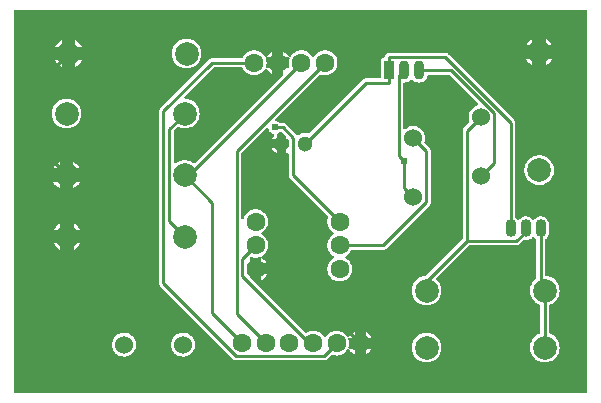
<source format=gbl>
G04 Layer: BottomLayer*
G04 EasyEDA v6.5.34, 2023-09-11 20:58:26*
G04 89a12498d96e4dad869766467b3fb9f4,2c7f107921f9494b8657ce3d0c88cbd9,10*
G04 Gerber Generator version 0.2*
G04 Scale: 100 percent, Rotated: No, Reflected: No *
G04 Dimensions in millimeters *
G04 leading zeros omitted , absolute positions ,4 integer and 5 decimal *
%FSLAX45Y45*%
%MOMM*%

%ADD10C,0.2540*%
%ADD11C,1.5240*%
%ADD12C,1.3000*%
%ADD13C,1.6000*%
%ADD14O,0.8999982X1.524*%
%ADD15O,0.8999982X1.5999968*%
%ADD16R,0.9000X1.6000*%
%ADD17C,2.0000*%
%ADD18C,0.6096*%
%ADD19C,0.0134*%

%LPD*%
G36*
X736092Y8425891D02*
G01*
X732180Y8426653D01*
X728878Y8428888D01*
X726694Y8432139D01*
X725932Y8436051D01*
X725932Y11663883D01*
X726694Y11667794D01*
X728878Y11671096D01*
X732180Y11673281D01*
X736092Y11674043D01*
X5563920Y11674043D01*
X5567832Y11673281D01*
X5571083Y11671096D01*
X5573318Y11667794D01*
X5574080Y11663883D01*
X5574080Y8436051D01*
X5573318Y8432139D01*
X5571083Y8428888D01*
X5567832Y8426653D01*
X5563920Y8425891D01*
G37*

%LPC*%
G36*
X4216400Y8687917D02*
G01*
X4231589Y8688832D01*
X4246524Y8691575D01*
X4261053Y8696096D01*
X4274921Y8702344D01*
X4287926Y8710218D01*
X4299864Y8719566D01*
X4310634Y8730335D01*
X4319981Y8742273D01*
X4327855Y8755278D01*
X4334103Y8769146D01*
X4338624Y8783675D01*
X4341368Y8798610D01*
X4342282Y8813800D01*
X4341368Y8828989D01*
X4338624Y8843924D01*
X4334103Y8858453D01*
X4327855Y8872321D01*
X4319981Y8885326D01*
X4310634Y8897264D01*
X4299864Y8908034D01*
X4287926Y8917381D01*
X4274921Y8925255D01*
X4261053Y8931503D01*
X4246524Y8936024D01*
X4231589Y8938768D01*
X4216400Y8939682D01*
X4201210Y8938768D01*
X4186275Y8936024D01*
X4171746Y8931503D01*
X4157878Y8925255D01*
X4144873Y8917381D01*
X4132935Y8908034D01*
X4122165Y8897264D01*
X4112818Y8885326D01*
X4104944Y8872321D01*
X4098696Y8858453D01*
X4094175Y8843924D01*
X4091432Y8828989D01*
X4090517Y8813800D01*
X4091432Y8798610D01*
X4094175Y8783675D01*
X4098696Y8769146D01*
X4104944Y8755278D01*
X4112818Y8742273D01*
X4122165Y8730335D01*
X4132935Y8719566D01*
X4144873Y8710218D01*
X4157878Y8702344D01*
X4171746Y8696096D01*
X4186275Y8691575D01*
X4201210Y8688832D01*
G37*
G36*
X5216398Y8687917D02*
G01*
X5231587Y8688832D01*
X5246522Y8691575D01*
X5261051Y8696096D01*
X5274919Y8702344D01*
X5287924Y8710218D01*
X5299862Y8719566D01*
X5310632Y8730335D01*
X5319979Y8742273D01*
X5327853Y8755278D01*
X5334101Y8769146D01*
X5338622Y8783675D01*
X5341366Y8798610D01*
X5342280Y8813800D01*
X5341366Y8828989D01*
X5338622Y8843924D01*
X5334101Y8858453D01*
X5327853Y8872321D01*
X5319979Y8885326D01*
X5310632Y8897264D01*
X5299862Y8908034D01*
X5287924Y8917381D01*
X5274919Y8925255D01*
X5261000Y8931503D01*
X5257850Y8933738D01*
X5255768Y8936990D01*
X5255006Y8940800D01*
X5255006Y9169400D01*
X5255768Y9173210D01*
X5257850Y9176461D01*
X5261000Y9178696D01*
X5274919Y9184944D01*
X5287924Y9192818D01*
X5299862Y9202166D01*
X5310632Y9212935D01*
X5319979Y9224873D01*
X5327853Y9237878D01*
X5334101Y9251746D01*
X5338622Y9266275D01*
X5341366Y9281210D01*
X5342280Y9296400D01*
X5341366Y9311589D01*
X5338622Y9326524D01*
X5334101Y9341053D01*
X5327853Y9354921D01*
X5319979Y9367926D01*
X5310632Y9379864D01*
X5299862Y9390634D01*
X5287924Y9399981D01*
X5274919Y9407855D01*
X5261051Y9414103D01*
X5246522Y9418624D01*
X5231587Y9421368D01*
X5229758Y9421469D01*
X5226050Y9422434D01*
X5222951Y9424670D01*
X5220919Y9427870D01*
X5220208Y9431629D01*
X5220208Y9728758D01*
X5221122Y9733026D01*
X5223764Y9736480D01*
X5231739Y9743287D01*
X5238953Y9751720D01*
X5244744Y9761220D01*
X5249011Y9771481D01*
X5251602Y9782302D01*
X5252516Y9793782D01*
X5252516Y9855403D01*
X5251602Y9866884D01*
X5249011Y9877704D01*
X5244744Y9887966D01*
X5238953Y9897465D01*
X5231739Y9905898D01*
X5223256Y9913162D01*
X5213756Y9918954D01*
X5203494Y9923221D01*
X5192674Y9925812D01*
X5181600Y9926675D01*
X5170525Y9925812D01*
X5159705Y9923221D01*
X5149443Y9918954D01*
X5139944Y9913162D01*
X5131460Y9905898D01*
X5125821Y9899294D01*
X5122367Y9896652D01*
X5118100Y9895738D01*
X5113832Y9896652D01*
X5110378Y9899294D01*
X5104739Y9905898D01*
X5096256Y9913162D01*
X5086756Y9918954D01*
X5076494Y9923221D01*
X5065674Y9925812D01*
X5054600Y9926675D01*
X5043525Y9925812D01*
X5032705Y9923221D01*
X5022443Y9918954D01*
X5012944Y9913162D01*
X5004460Y9905898D01*
X4998821Y9899294D01*
X4995367Y9896652D01*
X4991100Y9895738D01*
X4986832Y9896652D01*
X4983378Y9899294D01*
X4977739Y9905898D01*
X4969764Y9912705D01*
X4967122Y9916160D01*
X4966208Y9920427D01*
X4966208Y10717225D01*
X4965446Y10725251D01*
X4963210Y10732465D01*
X4959654Y10739170D01*
X4954574Y10745368D01*
X4400194Y11299698D01*
X4393996Y11304828D01*
X4387342Y11308384D01*
X4380077Y11310569D01*
X4372051Y11311382D01*
X3900881Y11311382D01*
X3892854Y11310569D01*
X3885641Y11308384D01*
X3878986Y11304828D01*
X3871976Y11298936D01*
X3866845Y11292687D01*
X3863289Y11286032D01*
X3860088Y11274704D01*
X3858158Y11271910D01*
X3855313Y11269878D01*
X3852011Y11268913D01*
X3848150Y11268506D01*
X3842664Y11266576D01*
X3837787Y11263528D01*
X3833672Y11259413D01*
X3830624Y11254536D01*
X3828694Y11249050D01*
X3827983Y11242751D01*
X3827983Y11104067D01*
X3827221Y11100206D01*
X3825036Y11096904D01*
X3821734Y11094720D01*
X3817823Y11093907D01*
X3700932Y11093907D01*
X3692906Y11093145D01*
X3685692Y11090960D01*
X3678986Y11087404D01*
X3672789Y11082274D01*
X3221228Y10630763D01*
X3218180Y10628630D01*
X3214573Y10627766D01*
X3210915Y10628274D01*
X3208070Y10629188D01*
X3195624Y10631373D01*
X3182924Y10631830D01*
X3170326Y10630509D01*
X3158032Y10627410D01*
X3146247Y10622686D01*
X3135274Y10616336D01*
X3130956Y10612983D01*
X3127502Y10611205D01*
X3123590Y10610900D01*
X3119882Y10612069D01*
X3116834Y10614558D01*
X3113074Y10619181D01*
X3027172Y10705033D01*
X3020923Y10710164D01*
X3014268Y10713720D01*
X3007055Y10715904D01*
X2999028Y10716717D01*
X2977134Y10716717D01*
X2973273Y10717479D01*
X2969971Y10719714D01*
X2968396Y10721289D01*
X2960319Y10726928D01*
X2951429Y10731042D01*
X2937306Y10734700D01*
X2934309Y10737037D01*
X2932328Y10740339D01*
X2931718Y10744098D01*
X2932531Y10747806D01*
X2934716Y10751007D01*
X3308908Y11125200D01*
X3312007Y11127282D01*
X3315614Y11128146D01*
X3319322Y11127638D01*
X3328517Y11124539D01*
X3342081Y11121796D01*
X3355898Y11120932D01*
X3369716Y11121796D01*
X3383279Y11124539D01*
X3396437Y11128959D01*
X3408832Y11135106D01*
X3420364Y11142776D01*
X3430778Y11151920D01*
X3439922Y11162334D01*
X3447592Y11173866D01*
X3453739Y11186261D01*
X3458159Y11199418D01*
X3460902Y11212982D01*
X3461765Y11226800D01*
X3460902Y11240617D01*
X3458159Y11254181D01*
X3453739Y11267338D01*
X3447592Y11279733D01*
X3439922Y11291265D01*
X3430778Y11301679D01*
X3420364Y11310823D01*
X3408832Y11318494D01*
X3396437Y11324640D01*
X3383279Y11329060D01*
X3369716Y11331803D01*
X3355898Y11332667D01*
X3342081Y11331803D01*
X3328517Y11329060D01*
X3315360Y11324640D01*
X3302965Y11318494D01*
X3291433Y11310823D01*
X3281019Y11301679D01*
X3271875Y11291265D01*
X3264357Y11279987D01*
X3261563Y11277142D01*
X3257905Y11275618D01*
X3253892Y11275618D01*
X3250234Y11277142D01*
X3247440Y11279987D01*
X3239922Y11291265D01*
X3230778Y11301679D01*
X3220364Y11310823D01*
X3208832Y11318494D01*
X3196437Y11324640D01*
X3183280Y11329060D01*
X3169716Y11331803D01*
X3155899Y11332667D01*
X3142081Y11331803D01*
X3128518Y11329060D01*
X3115360Y11324640D01*
X3102965Y11318494D01*
X3091434Y11310823D01*
X3081020Y11301679D01*
X3071876Y11291265D01*
X3064357Y11279987D01*
X3061563Y11277142D01*
X3057906Y11275618D01*
X3053892Y11275618D01*
X3050235Y11277142D01*
X3047441Y11279987D01*
X3039922Y11291265D01*
X3030778Y11301679D01*
X3020364Y11310823D01*
X3008833Y11318494D01*
X3002229Y11321745D01*
X3002229Y11273129D01*
X3045866Y11273129D01*
X3049625Y11272418D01*
X3052876Y11270335D01*
X3055112Y11267236D01*
X3056026Y11263528D01*
X3055518Y11259718D01*
X3053638Y11254181D01*
X3050895Y11240617D01*
X3050032Y11226800D01*
X3050895Y11212982D01*
X3053638Y11199418D01*
X3055518Y11193881D01*
X3056026Y11190071D01*
X3055112Y11186363D01*
X3052876Y11183264D01*
X3049625Y11181181D01*
X3045866Y11180470D01*
X3002229Y11180470D01*
X3002229Y11131956D01*
X3001467Y11128044D01*
X2999282Y11124793D01*
X2253284Y10378795D01*
X2249474Y10376408D01*
X2245055Y10375849D01*
X2240788Y10377271D01*
X2226868Y10385755D01*
X2213051Y10392003D01*
X2198522Y10396524D01*
X2183587Y10399268D01*
X2168398Y10400182D01*
X2153208Y10399268D01*
X2138273Y10396524D01*
X2123744Y10392003D01*
X2109876Y10385755D01*
X2096871Y10377881D01*
X2094585Y10376103D01*
X2090521Y10374172D01*
X2086051Y10374223D01*
X2081987Y10376204D01*
X2079193Y10379710D01*
X2078177Y10384129D01*
X2078177Y10645952D01*
X2078939Y10649864D01*
X2081174Y10653166D01*
X2106066Y10678058D01*
X2109470Y10680293D01*
X2113432Y10681055D01*
X2117394Y10680141D01*
X2123744Y10677296D01*
X2138273Y10672775D01*
X2153208Y10670032D01*
X2168398Y10669117D01*
X2183587Y10670032D01*
X2198522Y10672775D01*
X2213051Y10677296D01*
X2226919Y10683544D01*
X2239924Y10691418D01*
X2251862Y10700766D01*
X2262632Y10711535D01*
X2271979Y10723473D01*
X2279853Y10736478D01*
X2286101Y10750346D01*
X2290622Y10764875D01*
X2293366Y10779810D01*
X2294280Y10795000D01*
X2293366Y10810189D01*
X2290622Y10825124D01*
X2286101Y10839653D01*
X2279853Y10853521D01*
X2271979Y10866526D01*
X2262632Y10878464D01*
X2251862Y10889234D01*
X2239924Y10898581D01*
X2226919Y10906455D01*
X2213051Y10912703D01*
X2198522Y10917224D01*
X2183587Y10919968D01*
X2174646Y10920526D01*
X2170887Y10921492D01*
X2167788Y10923778D01*
X2165756Y10927029D01*
X2165096Y10930839D01*
X2165908Y10934649D01*
X2168093Y10937849D01*
X2415438Y11185194D01*
X2418740Y11187430D01*
X2422652Y11188192D01*
X2650794Y11188192D01*
X2654503Y11187480D01*
X2657703Y11185499D01*
X2659938Y11182502D01*
X2664206Y11173866D01*
X2671876Y11162334D01*
X2681020Y11151920D01*
X2691434Y11142776D01*
X2702966Y11135106D01*
X2715361Y11128959D01*
X2728518Y11124539D01*
X2742082Y11121796D01*
X2755900Y11120932D01*
X2769717Y11121796D01*
X2783281Y11124539D01*
X2796438Y11128959D01*
X2808833Y11135106D01*
X2820365Y11142776D01*
X2830779Y11151920D01*
X2839923Y11162334D01*
X2847441Y11173612D01*
X2850235Y11176457D01*
X2853893Y11177930D01*
X2857906Y11177930D01*
X2861564Y11176457D01*
X2864358Y11173612D01*
X2871876Y11162334D01*
X2881020Y11151920D01*
X2891434Y11142776D01*
X2902966Y11135106D01*
X2909570Y11131854D01*
X2909570Y11180470D01*
X2865932Y11180470D01*
X2862173Y11181181D01*
X2858922Y11183264D01*
X2856687Y11186363D01*
X2855772Y11190071D01*
X2856280Y11193881D01*
X2858160Y11199418D01*
X2860903Y11212982D01*
X2861767Y11226800D01*
X2860903Y11240617D01*
X2858160Y11254181D01*
X2856280Y11259718D01*
X2855772Y11263528D01*
X2856687Y11267236D01*
X2858922Y11270335D01*
X2862173Y11272418D01*
X2865932Y11273129D01*
X2909570Y11273129D01*
X2909570Y11321745D01*
X2902966Y11318494D01*
X2891434Y11310823D01*
X2881020Y11301679D01*
X2871876Y11291265D01*
X2864358Y11279987D01*
X2861564Y11277142D01*
X2857906Y11275618D01*
X2853893Y11275618D01*
X2850235Y11277142D01*
X2847441Y11279987D01*
X2839923Y11291265D01*
X2830779Y11301679D01*
X2820365Y11310823D01*
X2808833Y11318494D01*
X2796438Y11324640D01*
X2783281Y11329060D01*
X2769717Y11331803D01*
X2755900Y11332667D01*
X2742082Y11331803D01*
X2728518Y11329060D01*
X2715361Y11324640D01*
X2702966Y11318494D01*
X2691434Y11310823D01*
X2681020Y11301679D01*
X2671876Y11291265D01*
X2664206Y11279733D01*
X2659938Y11271046D01*
X2657652Y11268049D01*
X2654503Y11266119D01*
X2650794Y11265408D01*
X2402941Y11265408D01*
X2394915Y11264595D01*
X2387701Y11262410D01*
X2380996Y11258854D01*
X2374798Y11253724D01*
X1961438Y10840364D01*
X1956307Y10834166D01*
X1952752Y10827461D01*
X1950567Y10820247D01*
X1949754Y10812221D01*
X1949754Y9362440D01*
X1950567Y9354413D01*
X1952752Y9347149D01*
X1956307Y9340494D01*
X1961438Y9334296D01*
X2579065Y8716619D01*
X2585262Y8711539D01*
X2591968Y8707983D01*
X2599182Y8705748D01*
X2607208Y8704986D01*
X3345484Y8704986D01*
X3353511Y8705748D01*
X3360775Y8707983D01*
X3367430Y8711539D01*
X3373628Y8716619D01*
X3407308Y8750300D01*
X3410407Y8752382D01*
X3414014Y8753246D01*
X3417722Y8752738D01*
X3426917Y8749639D01*
X3440480Y8746896D01*
X3454298Y8746032D01*
X3468115Y8746896D01*
X3481679Y8749639D01*
X3494836Y8754059D01*
X3507232Y8760206D01*
X3518763Y8767876D01*
X3529177Y8777020D01*
X3538321Y8787434D01*
X3545840Y8798712D01*
X3548634Y8801557D01*
X3552291Y8803030D01*
X3556304Y8803030D01*
X3559962Y8801557D01*
X3562756Y8798712D01*
X3570274Y8787434D01*
X3579418Y8777020D01*
X3589832Y8767876D01*
X3601364Y8760206D01*
X3607968Y8756954D01*
X3607968Y8805570D01*
X3564331Y8805570D01*
X3560572Y8806281D01*
X3557320Y8808364D01*
X3555085Y8811463D01*
X3554171Y8815171D01*
X3554679Y8818981D01*
X3556558Y8824518D01*
X3559301Y8838082D01*
X3560165Y8851900D01*
X3559301Y8865717D01*
X3556558Y8879281D01*
X3554679Y8884818D01*
X3554171Y8888628D01*
X3555085Y8892336D01*
X3557320Y8895435D01*
X3560572Y8897518D01*
X3564331Y8898229D01*
X3607968Y8898229D01*
X3607968Y8946845D01*
X3601364Y8943594D01*
X3589832Y8935923D01*
X3579418Y8926779D01*
X3570274Y8916365D01*
X3562756Y8905087D01*
X3559962Y8902242D01*
X3556304Y8900718D01*
X3552291Y8900718D01*
X3548634Y8902242D01*
X3545840Y8905087D01*
X3538321Y8916365D01*
X3529177Y8926779D01*
X3518763Y8935923D01*
X3507232Y8943594D01*
X3494836Y8949740D01*
X3481679Y8954160D01*
X3468115Y8956903D01*
X3454298Y8957767D01*
X3440480Y8956903D01*
X3426917Y8954160D01*
X3413760Y8949740D01*
X3401364Y8943594D01*
X3389833Y8935923D01*
X3379419Y8926779D01*
X3370275Y8916365D01*
X3362756Y8905087D01*
X3359962Y8902242D01*
X3356305Y8900718D01*
X3352292Y8900718D01*
X3348634Y8902242D01*
X3345840Y8905087D01*
X3338322Y8916365D01*
X3329178Y8926779D01*
X3318764Y8935923D01*
X3307232Y8943594D01*
X3294837Y8949740D01*
X3281679Y8954160D01*
X3268116Y8956903D01*
X3254298Y8957767D01*
X3240481Y8956903D01*
X3226917Y8954160D01*
X3213760Y8949740D01*
X3196844Y8941308D01*
X3193389Y8941054D01*
X3190036Y8941968D01*
X3187192Y8943949D01*
X2725216Y9405924D01*
X2723032Y9409226D01*
X2722270Y9413138D01*
X2722270Y9434271D01*
X2704541Y9434271D01*
X2700680Y9435033D01*
X2697378Y9437217D01*
X2695143Y9440519D01*
X2694381Y9444431D01*
X2694381Y9516770D01*
X2695143Y9520682D01*
X2697378Y9523984D01*
X2700680Y9526168D01*
X2704541Y9526930D01*
X2722270Y9526930D01*
X2722270Y9570567D01*
X2722981Y9574326D01*
X2725064Y9577578D01*
X2728163Y9579813D01*
X2731871Y9580727D01*
X2735681Y9580219D01*
X2741218Y9578340D01*
X2754782Y9575596D01*
X2768600Y9574733D01*
X2782417Y9575596D01*
X2795981Y9578340D01*
X2801518Y9580219D01*
X2805328Y9580727D01*
X2809036Y9579813D01*
X2812135Y9577578D01*
X2814218Y9574326D01*
X2814929Y9570567D01*
X2814929Y9526930D01*
X2863545Y9526930D01*
X2860294Y9533534D01*
X2852623Y9545066D01*
X2843479Y9555480D01*
X2833065Y9564624D01*
X2821787Y9572142D01*
X2818942Y9574936D01*
X2817469Y9578594D01*
X2817469Y9582607D01*
X2818942Y9586264D01*
X2821787Y9589058D01*
X2833065Y9596577D01*
X2843479Y9605721D01*
X2852623Y9616135D01*
X2860294Y9627666D01*
X2866440Y9640062D01*
X2870860Y9653219D01*
X2873603Y9666782D01*
X2874467Y9680600D01*
X2873603Y9694418D01*
X2870860Y9707981D01*
X2866440Y9721138D01*
X2860294Y9733534D01*
X2852623Y9745065D01*
X2843479Y9755479D01*
X2833065Y9764623D01*
X2821787Y9772142D01*
X2818942Y9774936D01*
X2817469Y9778593D01*
X2817469Y9782606D01*
X2818942Y9786264D01*
X2821787Y9789058D01*
X2833065Y9796576D01*
X2843479Y9805720D01*
X2852623Y9816134D01*
X2860294Y9827666D01*
X2866440Y9840061D01*
X2870860Y9853218D01*
X2873603Y9866782D01*
X2874467Y9880600D01*
X2873603Y9894417D01*
X2870860Y9907981D01*
X2866440Y9921138D01*
X2860294Y9933533D01*
X2852623Y9945065D01*
X2843479Y9955479D01*
X2833065Y9964623D01*
X2821533Y9972294D01*
X2809138Y9978440D01*
X2795981Y9982860D01*
X2782417Y9985603D01*
X2768600Y9986467D01*
X2754782Y9985603D01*
X2741218Y9982860D01*
X2728061Y9978440D01*
X2715666Y9972294D01*
X2704134Y9964623D01*
X2693720Y9955479D01*
X2684576Y9945065D01*
X2676906Y9933533D01*
X2670759Y9921138D01*
X2666441Y9908438D01*
X2664409Y9904933D01*
X2661158Y9902494D01*
X2657246Y9901529D01*
X2653233Y9902190D01*
X2649778Y9904374D01*
X2647492Y9907727D01*
X2646680Y9911689D01*
X2646680Y10458754D01*
X2647442Y10462666D01*
X2649677Y10465968D01*
X2859278Y10675569D01*
X2862427Y10677702D01*
X2866136Y10678515D01*
X2869946Y10677906D01*
X2873197Y10675975D01*
X2875534Y10672927D01*
X2879191Y10658856D01*
X2883357Y10649915D01*
X2888996Y10641888D01*
X2895955Y10634929D01*
X2903982Y10629290D01*
X2912872Y10625175D01*
X2918815Y10623550D01*
X2922574Y10621670D01*
X2925216Y10618419D01*
X2926334Y10614406D01*
X2925724Y10610240D01*
X2923489Y10606684D01*
X2916478Y10599420D01*
X2909011Y10589158D01*
X2904083Y10579862D01*
X2947263Y10579862D01*
X2947263Y10616742D01*
X2947974Y10620502D01*
X2950006Y10623702D01*
X2953105Y10625937D01*
X2960319Y10629290D01*
X2968396Y10634929D01*
X2969971Y10636504D01*
X2973273Y10638739D01*
X2977134Y10639501D01*
X2979318Y10639501D01*
X2983179Y10638739D01*
X2986481Y10636504D01*
X3021990Y10601045D01*
X3024174Y10597743D01*
X3024936Y10593882D01*
X3024936Y10579862D01*
X3037332Y10579862D01*
X3041243Y10579100D01*
X3044494Y10576864D01*
X3046730Y10573562D01*
X3047492Y10569702D01*
X3047492Y10512298D01*
X3046730Y10508437D01*
X3044494Y10505135D01*
X3041243Y10502900D01*
X3037332Y10502138D01*
X3024936Y10502138D01*
X3024936Y10459059D01*
X3031642Y10462361D01*
X3035706Y10463987D01*
X3040075Y10463733D01*
X3043936Y10461701D01*
X3046577Y10458196D01*
X3047492Y10453928D01*
X3047492Y10274808D01*
X3048304Y10266781D01*
X3050489Y10259517D01*
X3054045Y10252862D01*
X3059176Y10246664D01*
X3378200Y9927590D01*
X3380282Y9924491D01*
X3381146Y9920884D01*
X3380638Y9917176D01*
X3377539Y9907981D01*
X3374796Y9894417D01*
X3373932Y9880600D01*
X3374796Y9866782D01*
X3377539Y9853218D01*
X3381959Y9840061D01*
X3388106Y9827666D01*
X3395776Y9816134D01*
X3404920Y9805720D01*
X3415334Y9796576D01*
X3426612Y9789058D01*
X3429457Y9786264D01*
X3430981Y9782606D01*
X3430981Y9778593D01*
X3429457Y9774936D01*
X3426612Y9772142D01*
X3415334Y9764623D01*
X3404920Y9755479D01*
X3395776Y9745065D01*
X3388106Y9733534D01*
X3381959Y9721138D01*
X3377539Y9707981D01*
X3374796Y9694418D01*
X3373932Y9680600D01*
X3374796Y9666782D01*
X3377539Y9653219D01*
X3381959Y9640062D01*
X3388106Y9627666D01*
X3395776Y9616135D01*
X3404920Y9605721D01*
X3415334Y9596577D01*
X3426612Y9589058D01*
X3429457Y9586264D01*
X3430981Y9582607D01*
X3430981Y9578594D01*
X3429457Y9574936D01*
X3426612Y9572142D01*
X3415334Y9564624D01*
X3404920Y9555480D01*
X3395776Y9545066D01*
X3388106Y9533534D01*
X3381959Y9521139D01*
X3377539Y9507982D01*
X3374796Y9494418D01*
X3373932Y9480600D01*
X3374796Y9466783D01*
X3377539Y9453219D01*
X3381959Y9440062D01*
X3388106Y9427667D01*
X3395776Y9416135D01*
X3404920Y9405721D01*
X3415334Y9396577D01*
X3426866Y9388906D01*
X3439261Y9382760D01*
X3452418Y9378340D01*
X3465982Y9375597D01*
X3479800Y9374733D01*
X3493617Y9375597D01*
X3507181Y9378340D01*
X3520338Y9382760D01*
X3532733Y9388906D01*
X3544265Y9396577D01*
X3554679Y9405721D01*
X3563823Y9416135D01*
X3571494Y9427667D01*
X3577640Y9440062D01*
X3582060Y9453219D01*
X3584803Y9466783D01*
X3585667Y9480600D01*
X3584803Y9494418D01*
X3582060Y9507982D01*
X3577640Y9521139D01*
X3571494Y9533534D01*
X3563823Y9545066D01*
X3554679Y9555480D01*
X3544265Y9564624D01*
X3532987Y9572142D01*
X3530142Y9574936D01*
X3528669Y9578594D01*
X3528669Y9582607D01*
X3530142Y9586264D01*
X3532987Y9589058D01*
X3544265Y9596577D01*
X3554679Y9605721D01*
X3563823Y9616135D01*
X3571494Y9627666D01*
X3575761Y9636302D01*
X3578047Y9639300D01*
X3581196Y9641281D01*
X3584905Y9641992D01*
X3849624Y9641992D01*
X3857650Y9642754D01*
X3864914Y9644989D01*
X3871569Y9648545D01*
X3877767Y9653625D01*
X4238904Y10014762D01*
X4243984Y10020960D01*
X4247540Y10027615D01*
X4249775Y10034879D01*
X4250537Y10042906D01*
X4250537Y10477500D01*
X4249775Y10485526D01*
X4247540Y10492740D01*
X4243984Y10499394D01*
X4238904Y10505643D01*
X4200753Y10543743D01*
X4198569Y10546943D01*
X4197807Y10550753D01*
X4198467Y10554563D01*
X4199585Y10557560D01*
X4202785Y10570819D01*
X4204106Y10584383D01*
X4203649Y10597997D01*
X4201414Y10611459D01*
X4197350Y10624464D01*
X4191609Y10636859D01*
X4184294Y10648340D01*
X4175506Y10658754D01*
X4165346Y10667898D01*
X4154119Y10675620D01*
X4141978Y10681766D01*
X4129074Y10686237D01*
X4115714Y10688980D01*
X4102100Y10689894D01*
X4088485Y10688980D01*
X4075125Y10686237D01*
X4062222Y10681766D01*
X4050080Y10675620D01*
X4038854Y10667898D01*
X4034485Y10663936D01*
X4031132Y10661954D01*
X4027322Y10661345D01*
X4023512Y10662208D01*
X4020362Y10664444D01*
X4018229Y10667695D01*
X4017518Y10671505D01*
X4017518Y11047374D01*
X4018178Y11051082D01*
X4020210Y11054283D01*
X4023207Y11056518D01*
X4026865Y11057483D01*
X4036974Y11058296D01*
X4047794Y11060887D01*
X4058056Y11065154D01*
X4067556Y11070945D01*
X4076039Y11078159D01*
X4081678Y11084814D01*
X4085132Y11087455D01*
X4089400Y11088370D01*
X4093667Y11087455D01*
X4097121Y11084814D01*
X4102760Y11078159D01*
X4111244Y11070945D01*
X4120743Y11065154D01*
X4131005Y11060887D01*
X4141825Y11058296D01*
X4152900Y11057432D01*
X4163974Y11058296D01*
X4174794Y11060887D01*
X4185056Y11065154D01*
X4194556Y11070945D01*
X4203039Y11078159D01*
X4210253Y11086642D01*
X4216044Y11096142D01*
X4220311Y11106404D01*
X4222851Y11116919D01*
X4224832Y11120932D01*
X4228338Y11123676D01*
X4232706Y11124692D01*
X4403191Y11124692D01*
X4407052Y11123930D01*
X4410354Y11121694D01*
X4651044Y10881004D01*
X4653280Y10877600D01*
X4654042Y10873587D01*
X4653127Y10869625D01*
X4650689Y10866323D01*
X4647184Y10864240D01*
X4633722Y10859566D01*
X4621580Y10853420D01*
X4610354Y10845698D01*
X4600194Y10836554D01*
X4591405Y10826140D01*
X4584090Y10814659D01*
X4578350Y10802264D01*
X4574286Y10789259D01*
X4572050Y10775797D01*
X4571593Y10762183D01*
X4572914Y10748619D01*
X4576114Y10735360D01*
X4577232Y10732363D01*
X4577892Y10728553D01*
X4577130Y10724743D01*
X4574946Y10721543D01*
X4532376Y10678972D01*
X4527245Y10672724D01*
X4523689Y10666069D01*
X4521504Y10658856D01*
X4520692Y10650829D01*
X4520692Y9739122D01*
X4519930Y9735261D01*
X4517694Y9731959D01*
X4210253Y9424466D01*
X4207256Y9422384D01*
X4203700Y9421520D01*
X4201210Y9421368D01*
X4186275Y9418624D01*
X4171746Y9414103D01*
X4157878Y9407855D01*
X4144873Y9399981D01*
X4132935Y9390634D01*
X4122165Y9379864D01*
X4112818Y9367926D01*
X4104944Y9354921D01*
X4098696Y9341053D01*
X4094175Y9326524D01*
X4091432Y9311589D01*
X4090517Y9296400D01*
X4091432Y9281210D01*
X4094175Y9266275D01*
X4098696Y9251746D01*
X4104944Y9237878D01*
X4112818Y9224873D01*
X4122165Y9212935D01*
X4132935Y9202166D01*
X4144873Y9192818D01*
X4157878Y9184944D01*
X4171746Y9178696D01*
X4186275Y9174175D01*
X4201210Y9171432D01*
X4216400Y9170517D01*
X4231589Y9171432D01*
X4246524Y9174175D01*
X4261053Y9178696D01*
X4274921Y9184944D01*
X4287926Y9192818D01*
X4299864Y9202166D01*
X4310634Y9212935D01*
X4319981Y9224873D01*
X4327855Y9237878D01*
X4334103Y9251746D01*
X4338624Y9266275D01*
X4341368Y9281210D01*
X4342282Y9296400D01*
X4341368Y9311589D01*
X4338624Y9326524D01*
X4334103Y9341053D01*
X4327855Y9354921D01*
X4319981Y9367926D01*
X4310634Y9379864D01*
X4299915Y9390583D01*
X4297730Y9393885D01*
X4296968Y9397746D01*
X4297730Y9401657D01*
X4299915Y9404959D01*
X4572304Y9677349D01*
X4575606Y9679533D01*
X4579518Y9680295D01*
X4976876Y9680295D01*
X4984902Y9681108D01*
X4992166Y9683292D01*
X4998821Y9686848D01*
X5005019Y9691979D01*
X5033822Y9720732D01*
X5036616Y9722713D01*
X5039918Y9723678D01*
X5054600Y9722510D01*
X5065674Y9723374D01*
X5076494Y9726015D01*
X5086756Y9730232D01*
X5096256Y9736074D01*
X5104739Y9743287D01*
X5110378Y9749891D01*
X5113832Y9752533D01*
X5118100Y9753447D01*
X5122367Y9752533D01*
X5125821Y9749891D01*
X5131460Y9743287D01*
X5139436Y9736480D01*
X5142077Y9733026D01*
X5142992Y9728758D01*
X5142992Y9403486D01*
X5142534Y9400438D01*
X5141214Y9397695D01*
X5139080Y9395460D01*
X5132933Y9390634D01*
X5122164Y9379864D01*
X5112816Y9367926D01*
X5104942Y9354921D01*
X5098694Y9341053D01*
X5094173Y9326524D01*
X5091430Y9311589D01*
X5090515Y9296400D01*
X5091430Y9281210D01*
X5094173Y9266275D01*
X5098694Y9251746D01*
X5104942Y9237878D01*
X5112816Y9224873D01*
X5122164Y9212935D01*
X5132933Y9202166D01*
X5144871Y9192818D01*
X5157876Y9184944D01*
X5171795Y9178696D01*
X5174945Y9176461D01*
X5177078Y9173210D01*
X5177790Y9169400D01*
X5177790Y8940800D01*
X5177078Y8936990D01*
X5174945Y8933738D01*
X5171795Y8931503D01*
X5157876Y8925255D01*
X5144871Y8917381D01*
X5132933Y8908034D01*
X5122164Y8897264D01*
X5112816Y8885326D01*
X5104942Y8872321D01*
X5098694Y8858453D01*
X5094173Y8843924D01*
X5091430Y8828989D01*
X5090515Y8813800D01*
X5091430Y8798610D01*
X5094173Y8783675D01*
X5098694Y8769146D01*
X5104942Y8755278D01*
X5112816Y8742273D01*
X5122164Y8730335D01*
X5132933Y8719566D01*
X5144871Y8710218D01*
X5157876Y8702344D01*
X5171744Y8696096D01*
X5186273Y8691575D01*
X5201208Y8688832D01*
G37*
G36*
X1651558Y8737193D02*
G01*
X1665224Y8737650D01*
X1678635Y8739886D01*
X1691690Y8743950D01*
X1704035Y8749690D01*
X1715566Y8757005D01*
X1725980Y8765794D01*
X1735124Y8775954D01*
X1742846Y8787180D01*
X1748993Y8799322D01*
X1753463Y8812225D01*
X1756156Y8825585D01*
X1757070Y8839200D01*
X1756156Y8852814D01*
X1753463Y8866174D01*
X1748993Y8879078D01*
X1742846Y8891219D01*
X1735124Y8902446D01*
X1725980Y8912606D01*
X1715566Y8921394D01*
X1704035Y8928709D01*
X1691690Y8934450D01*
X1678635Y8938514D01*
X1665224Y8940749D01*
X1651558Y8941206D01*
X1637995Y8939885D01*
X1624736Y8936685D01*
X1612036Y8931808D01*
X1600047Y8925255D01*
X1589074Y8917178D01*
X1579270Y8907678D01*
X1570837Y8896959D01*
X1563878Y8885224D01*
X1558544Y8872677D01*
X1554937Y8859520D01*
X1553108Y8846007D01*
X1553108Y8832392D01*
X1554937Y8818880D01*
X1558544Y8805722D01*
X1563878Y8793175D01*
X1570837Y8781440D01*
X1579270Y8770721D01*
X1589074Y8761222D01*
X1600047Y8753144D01*
X1612036Y8746591D01*
X1624736Y8741714D01*
X1637995Y8738514D01*
G37*
G36*
X2151583Y8737193D02*
G01*
X2165197Y8737650D01*
X2178659Y8739886D01*
X2191664Y8743950D01*
X2204059Y8749690D01*
X2215540Y8757005D01*
X2225954Y8765794D01*
X2235098Y8775954D01*
X2242820Y8787180D01*
X2248966Y8799322D01*
X2253437Y8812225D01*
X2256180Y8825585D01*
X2257094Y8839200D01*
X2256180Y8852814D01*
X2253437Y8866174D01*
X2248966Y8879078D01*
X2242820Y8891219D01*
X2235098Y8902446D01*
X2225954Y8912606D01*
X2215540Y8921394D01*
X2204059Y8928709D01*
X2191664Y8934450D01*
X2178659Y8938514D01*
X2165197Y8940749D01*
X2151583Y8941206D01*
X2138019Y8939885D01*
X2124760Y8936685D01*
X2112010Y8931808D01*
X2100072Y8925255D01*
X2089099Y8917178D01*
X2079294Y8907678D01*
X2070811Y8896959D01*
X2063851Y8885224D01*
X2058568Y8872677D01*
X2054961Y8859520D01*
X2053132Y8846007D01*
X2053132Y8832392D01*
X2054961Y8818880D01*
X2058568Y8805722D01*
X2063851Y8793175D01*
X2070811Y8781440D01*
X2079294Y8770721D01*
X2089099Y8761222D01*
X2100072Y8753144D01*
X2112010Y8746591D01*
X2124760Y8741714D01*
X2138019Y8738514D01*
G37*
G36*
X3700627Y8756954D02*
G01*
X3707231Y8760206D01*
X3718763Y8767876D01*
X3729177Y8777020D01*
X3738321Y8787434D01*
X3745992Y8798966D01*
X3749243Y8805570D01*
X3700627Y8805570D01*
G37*
G36*
X3700627Y8898229D02*
G01*
X3749243Y8898229D01*
X3745992Y8904833D01*
X3738321Y8916365D01*
X3729177Y8926779D01*
X3718763Y8935923D01*
X3707231Y8943594D01*
X3700627Y8946845D01*
G37*
G36*
X2814929Y9385655D02*
G01*
X2821533Y9388906D01*
X2833065Y9396577D01*
X2843479Y9405721D01*
X2852623Y9416135D01*
X2860294Y9427667D01*
X2863545Y9434271D01*
X2814929Y9434271D01*
G37*
G36*
X1228039Y9641179D02*
G01*
X1230223Y9642144D01*
X1243228Y9650018D01*
X1255166Y9659366D01*
X1265936Y9670135D01*
X1275283Y9682073D01*
X1283157Y9695078D01*
X1284122Y9697262D01*
X1228039Y9697262D01*
G37*
G36*
X1115364Y9641179D02*
G01*
X1115364Y9697262D01*
X1059281Y9697262D01*
X1060246Y9695078D01*
X1068120Y9682073D01*
X1077468Y9670135D01*
X1088237Y9659366D01*
X1100175Y9650018D01*
X1113180Y9642144D01*
G37*
G36*
X1228039Y9809937D02*
G01*
X1284122Y9809937D01*
X1283157Y9812121D01*
X1275283Y9825126D01*
X1265936Y9837064D01*
X1255166Y9847834D01*
X1243228Y9857181D01*
X1230223Y9865055D01*
X1228039Y9866020D01*
G37*
G36*
X1059281Y9809937D02*
G01*
X1115364Y9809937D01*
X1115364Y9866020D01*
X1113180Y9865055D01*
X1100175Y9857181D01*
X1088237Y9847834D01*
X1077468Y9837064D01*
X1068120Y9825126D01*
X1060246Y9812121D01*
G37*
G36*
X1224737Y10161879D02*
G01*
X1226921Y10162844D01*
X1239926Y10170718D01*
X1251864Y10180066D01*
X1262634Y10190835D01*
X1271981Y10202773D01*
X1279855Y10215778D01*
X1280820Y10217962D01*
X1224737Y10217962D01*
G37*
G36*
X1112062Y10161879D02*
G01*
X1112062Y10217962D01*
X1055979Y10217962D01*
X1056944Y10215778D01*
X1064818Y10202773D01*
X1074166Y10190835D01*
X1084935Y10180066D01*
X1096873Y10170718D01*
X1109878Y10162844D01*
G37*
G36*
X5168900Y10189819D02*
G01*
X5184089Y10190734D01*
X5199024Y10193477D01*
X5213553Y10197998D01*
X5227421Y10204246D01*
X5240426Y10212120D01*
X5252364Y10221468D01*
X5263134Y10232237D01*
X5272481Y10244175D01*
X5280355Y10257180D01*
X5286603Y10271048D01*
X5291124Y10285577D01*
X5293868Y10300512D01*
X5294782Y10315702D01*
X5293868Y10330891D01*
X5291124Y10345826D01*
X5286603Y10360355D01*
X5280355Y10374223D01*
X5272481Y10387228D01*
X5263134Y10399166D01*
X5252364Y10409936D01*
X5240426Y10419283D01*
X5227421Y10427157D01*
X5213553Y10433405D01*
X5199024Y10437926D01*
X5184089Y10440670D01*
X5168900Y10441584D01*
X5153710Y10440670D01*
X5138775Y10437926D01*
X5124246Y10433405D01*
X5110378Y10427157D01*
X5097373Y10419283D01*
X5085435Y10409936D01*
X5074666Y10399166D01*
X5065318Y10387228D01*
X5057444Y10374223D01*
X5051196Y10360355D01*
X5046675Y10345826D01*
X5043932Y10330891D01*
X5043017Y10315702D01*
X5043932Y10300512D01*
X5046675Y10285577D01*
X5051196Y10271048D01*
X5057444Y10257180D01*
X5065318Y10244175D01*
X5074666Y10232237D01*
X5085435Y10221468D01*
X5097373Y10212120D01*
X5110378Y10204246D01*
X5124246Y10197998D01*
X5138775Y10193477D01*
X5153710Y10190734D01*
G37*
G36*
X1224737Y10330637D02*
G01*
X1280820Y10330637D01*
X1279855Y10332821D01*
X1271981Y10345826D01*
X1262634Y10357764D01*
X1251864Y10368534D01*
X1239926Y10377881D01*
X1226921Y10385755D01*
X1224737Y10386720D01*
G37*
G36*
X1055979Y10330637D02*
G01*
X1112062Y10330637D01*
X1112062Y10386720D01*
X1109878Y10385755D01*
X1096873Y10377881D01*
X1084935Y10368534D01*
X1074166Y10357764D01*
X1064818Y10345826D01*
X1056944Y10332821D01*
G37*
G36*
X2947263Y10458907D02*
G01*
X2947263Y10502138D01*
X2904083Y10502138D01*
X2909011Y10492841D01*
X2916478Y10482580D01*
X2925267Y10473436D01*
X2935274Y10465663D01*
X2946247Y10459313D01*
G37*
G36*
X1168400Y10669117D02*
G01*
X1183589Y10670032D01*
X1198524Y10672775D01*
X1213053Y10677296D01*
X1226921Y10683544D01*
X1239926Y10691418D01*
X1251864Y10700766D01*
X1262634Y10711535D01*
X1271981Y10723473D01*
X1279855Y10736478D01*
X1286103Y10750346D01*
X1290624Y10764875D01*
X1293368Y10779810D01*
X1294282Y10795000D01*
X1293368Y10810189D01*
X1290624Y10825124D01*
X1286103Y10839653D01*
X1279855Y10853521D01*
X1271981Y10866526D01*
X1262634Y10878464D01*
X1251864Y10889234D01*
X1239926Y10898581D01*
X1226921Y10906455D01*
X1213053Y10912703D01*
X1198524Y10917224D01*
X1183589Y10919968D01*
X1168400Y10920882D01*
X1153210Y10919968D01*
X1138275Y10917224D01*
X1123746Y10912703D01*
X1109878Y10906455D01*
X1096873Y10898581D01*
X1084935Y10889234D01*
X1074166Y10878464D01*
X1064818Y10866526D01*
X1056944Y10853521D01*
X1050696Y10839653D01*
X1046175Y10825124D01*
X1043432Y10810189D01*
X1042517Y10795000D01*
X1043432Y10779810D01*
X1046175Y10764875D01*
X1050696Y10750346D01*
X1056944Y10736478D01*
X1064818Y10723473D01*
X1074166Y10711535D01*
X1084935Y10700766D01*
X1096873Y10691418D01*
X1109878Y10683544D01*
X1123746Y10677296D01*
X1138275Y10672775D01*
X1153210Y10670032D01*
G37*
G36*
X2184400Y11177117D02*
G01*
X2199589Y11178032D01*
X2214524Y11180775D01*
X2229053Y11185296D01*
X2242921Y11191544D01*
X2255926Y11199418D01*
X2267864Y11208766D01*
X2278634Y11219535D01*
X2287981Y11231473D01*
X2295855Y11244478D01*
X2302103Y11258346D01*
X2306624Y11272875D01*
X2309368Y11287810D01*
X2310282Y11303000D01*
X2309368Y11318189D01*
X2306624Y11333124D01*
X2302103Y11347653D01*
X2295855Y11361521D01*
X2287981Y11374526D01*
X2278634Y11386464D01*
X2267864Y11397234D01*
X2255926Y11406581D01*
X2242921Y11414455D01*
X2229053Y11420703D01*
X2214524Y11425224D01*
X2199589Y11427968D01*
X2184400Y11428882D01*
X2169210Y11427968D01*
X2154275Y11425224D01*
X2139746Y11420703D01*
X2125878Y11414455D01*
X2112873Y11406581D01*
X2100935Y11397234D01*
X2090166Y11386464D01*
X2080818Y11374526D01*
X2072944Y11361521D01*
X2066696Y11347653D01*
X2062175Y11333124D01*
X2059432Y11318189D01*
X2058517Y11303000D01*
X2059432Y11287810D01*
X2062175Y11272875D01*
X2066696Y11258346D01*
X2072944Y11244478D01*
X2080818Y11231473D01*
X2090166Y11219535D01*
X2100935Y11208766D01*
X2112873Y11199418D01*
X2125878Y11191544D01*
X2139746Y11185296D01*
X2154275Y11180775D01*
X2169210Y11178032D01*
G37*
G36*
X1240739Y11190579D02*
G01*
X1242923Y11191544D01*
X1255928Y11199418D01*
X1267866Y11208766D01*
X1278636Y11219535D01*
X1287983Y11231473D01*
X1295857Y11244478D01*
X1296822Y11246662D01*
X1240739Y11246662D01*
G37*
G36*
X1128064Y11190579D02*
G01*
X1128064Y11246662D01*
X1071981Y11246662D01*
X1072946Y11244478D01*
X1080820Y11231473D01*
X1090168Y11219535D01*
X1100937Y11208766D01*
X1112875Y11199418D01*
X1125880Y11191544D01*
G37*
G36*
X5225237Y11203279D02*
G01*
X5227421Y11204244D01*
X5240426Y11212118D01*
X5252364Y11221466D01*
X5263134Y11232235D01*
X5272481Y11244173D01*
X5280355Y11257178D01*
X5281320Y11259362D01*
X5225237Y11259362D01*
G37*
G36*
X5112562Y11203279D02*
G01*
X5112562Y11259362D01*
X5056479Y11259362D01*
X5057444Y11257178D01*
X5065318Y11244173D01*
X5074666Y11232235D01*
X5085435Y11221466D01*
X5097373Y11212118D01*
X5110378Y11204244D01*
G37*
G36*
X1240739Y11359337D02*
G01*
X1296822Y11359337D01*
X1295857Y11361521D01*
X1287983Y11374526D01*
X1278636Y11386464D01*
X1267866Y11397234D01*
X1255928Y11406581D01*
X1242923Y11414455D01*
X1240739Y11415420D01*
G37*
G36*
X1071981Y11359337D02*
G01*
X1128064Y11359337D01*
X1128064Y11415420D01*
X1125880Y11414455D01*
X1112875Y11406581D01*
X1100937Y11397234D01*
X1090168Y11386464D01*
X1080820Y11374526D01*
X1072946Y11361521D01*
G37*
G36*
X5056479Y11372037D02*
G01*
X5112562Y11372037D01*
X5112562Y11428120D01*
X5110378Y11427155D01*
X5097373Y11419281D01*
X5085435Y11409934D01*
X5074666Y11399164D01*
X5065318Y11387226D01*
X5057444Y11374221D01*
G37*
G36*
X5225237Y11372037D02*
G01*
X5281320Y11372037D01*
X5280355Y11374221D01*
X5272481Y11387226D01*
X5263134Y11399164D01*
X5252364Y11409934D01*
X5240426Y11419281D01*
X5227421Y11427155D01*
X5225237Y11428120D01*
G37*

%LPD*%
D10*
X3454300Y8851897D02*
G01*
X3345995Y8743591D01*
X2606702Y8743591D01*
X1988365Y9361929D01*
X1988365Y10812726D01*
X2402436Y11226797D01*
X2755902Y11226797D01*
X2854302Y8851897D02*
G01*
X2608074Y9098125D01*
X2608074Y10478970D01*
X3355901Y11226797D01*
X3155901Y11226797D02*
G01*
X2185901Y10256796D01*
X2654302Y8851897D02*
G01*
X2401369Y9104830D01*
X2401369Y10041328D01*
X2185901Y10256796D01*
X2185901Y10256796D02*
G01*
X2168400Y10274297D01*
X2932153Y10678106D02*
G01*
X2999513Y10678106D01*
X3086102Y10591518D01*
X3086102Y10274297D01*
X3479802Y9880597D01*
X3254301Y8851897D02*
G01*
X3224659Y8851897D01*
X2655775Y9420781D01*
X2655775Y9567771D01*
X2768602Y9680597D01*
X1184404Y11302997D02*
G01*
X1026467Y11145060D01*
X1026467Y10416232D01*
X1168402Y10274297D01*
X2986102Y9480598D02*
G01*
X2986102Y10540997D01*
X3654300Y8851897D02*
G01*
X3025599Y9480598D01*
X2986102Y9480598D01*
X2986102Y9480598D02*
G01*
X2768602Y9480598D01*
X1171704Y9753597D02*
G01*
X1168402Y9756899D01*
X1168402Y10274297D01*
X3898902Y11055322D02*
G01*
X3700426Y11055322D01*
X3186102Y10540997D01*
X3898902Y11163297D02*
G01*
X3898902Y11055322D01*
X4927602Y9824590D02*
G01*
X4927602Y10717730D01*
X4372561Y11272771D01*
X3900401Y11272771D01*
X3898902Y11271272D01*
X3898902Y11163297D02*
G01*
X3898902Y11271272D01*
X3479802Y9680597D02*
G01*
X3850134Y9680597D01*
X4211932Y10042395D01*
X4211932Y10477980D01*
X4102102Y10587809D01*
X4025902Y11163297D02*
G01*
X3978887Y11116282D01*
X3978887Y10435358D01*
X4023819Y10390426D01*
X4023819Y10390426D02*
G01*
X4023819Y10166093D01*
X4102102Y10087810D01*
X5054602Y9824590D02*
G01*
X5054602Y9796142D01*
X4977386Y9718926D01*
X4559302Y9718926D01*
X4216402Y9296397D02*
G01*
X4216402Y9376026D01*
X4559302Y9718926D01*
X4559302Y9718926D02*
G01*
X4559302Y10651309D01*
X4673602Y10765609D01*
X2171702Y9753597D02*
G01*
X2039571Y9885728D01*
X2039571Y10666168D01*
X2168400Y10794997D01*
X4152902Y11163297D02*
G01*
X4423387Y11163297D01*
X4784016Y10802668D01*
X4784016Y10376024D01*
X4673602Y10265610D01*
X5216400Y9296397D02*
G01*
X5216400Y8813797D01*
X5216400Y9296397D02*
G01*
X5181602Y9331195D01*
X5181602Y9824590D01*
D11*
G01*
X1655000Y8839200D03*
G01*
X2154999Y8839200D03*
G01*
X4673600Y10265600D03*
G01*
X4673600Y10765599D03*
G01*
X4102100Y10087800D03*
G01*
X4102100Y10587799D03*
D12*
G01*
X3186099Y10541000D03*
G01*
X2986100Y10541000D03*
D13*
G01*
X2768600Y9880600D03*
G01*
X2768600Y9680600D03*
G01*
X2768600Y9480600D03*
G01*
X3479800Y9880600D03*
G01*
X3479800Y9680600D03*
G01*
X3479800Y9480600D03*
D14*
G01*
X5181600Y9824593D03*
G01*
X5054600Y9824593D03*
G01*
X4927600Y9824593D03*
D15*
G01*
X4152900Y11163300D03*
G01*
X4025900Y11163300D03*
D16*
G01*
X3898900Y11163300D03*
D17*
G01*
X1168400Y10274300D03*
G01*
X2168397Y10274300D03*
G01*
X5168900Y11315700D03*
G01*
X5168900Y10315702D03*
G01*
X4216400Y8813800D03*
G01*
X5216397Y8813800D03*
G01*
X4216400Y9296400D03*
G01*
X5216397Y9296400D03*
G01*
X2184400Y11303000D03*
G01*
X1184402Y11303000D03*
G01*
X1168400Y10795000D03*
G01*
X2168397Y10795000D03*
G01*
X2171700Y9753600D03*
G01*
X1171702Y9753600D03*
D13*
G01*
X2755900Y11226800D03*
G01*
X2955899Y11226800D03*
G01*
X3155899Y11226800D03*
G01*
X3355898Y11226800D03*
G01*
X2654300Y8851900D03*
G01*
X2854299Y8851900D03*
G01*
X3054299Y8851900D03*
G01*
X3254298Y8851900D03*
G01*
X3454298Y8851900D03*
G01*
X3654297Y8851900D03*
D18*
G01*
X4023819Y10390426D03*
G01*
X2932153Y10678106D03*
M02*

</source>
